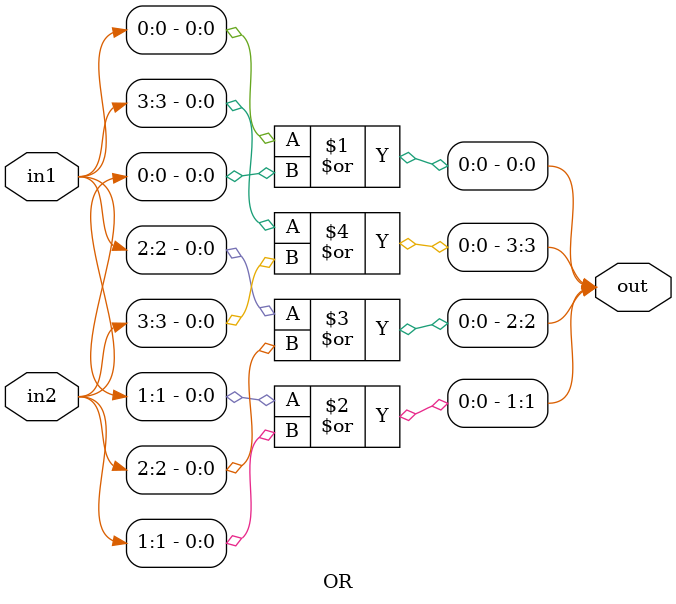
<source format=v>
module OR(in1,in2,out);                //this module does a 4-bit OR operation

input [3:0] in1,in2;
output [3:0] out;

or o1(out[0],in1[0],in2[0]);
or o2(out[1],in1[1],in2[1]);
or o3(out[2],in1[2],in2[2]);
or o4(out[3],in1[3],in2[3]);

endmodule

</source>
